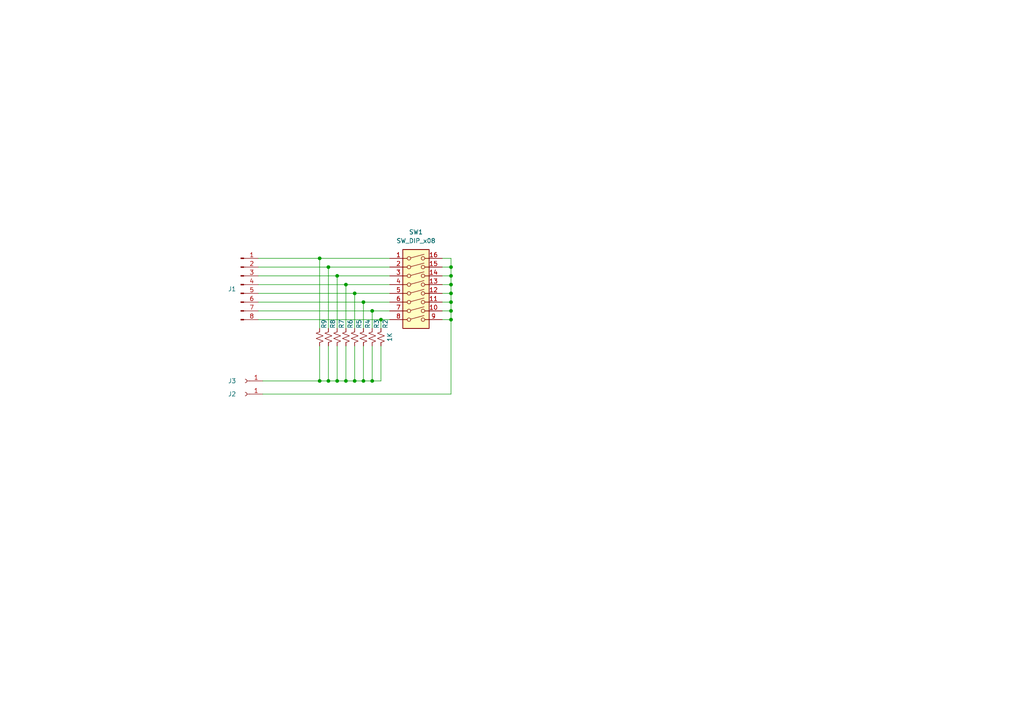
<source format=kicad_sch>
(kicad_sch (version 20230121) (generator eeschema)
  (paper "A4")
  (lib_symbols
    (symbol "Connector:Conn_01x01_Socket" (pin_names (offset 1.016) hide)
      (property "Reference" "J" (at 0 2.54 0))
      (property "Value" "Conn_01x01_Socket" (at 0 -2.54 0))
      (symbol "Conn_01x01_Socket_1_1"
        (polyline (pts (xy -1.27 0) (xy -0.508 0)) (stroke (width 0.1524)))
        (arc (start 0 0.508) (mid -0.5058 0) (end 0 -0.508) (stroke (width 0.1524)))
        (pin passive line (at -5.08 0 0) (length 3.81) (name "Pin_1") (number "1"))
      )
    )
    (symbol "Connector:Conn_01x08_Pin" (pin_names (offset 1.016) hide)
      (property "Reference" "J" (at 0 10.16 0))
      (property "Value" "Conn_01x08_Pin" (at 0 -12.7 0))
      (symbol "Conn_01x08_Pin_1_1"
        (polyline (pts (xy 1.27 -10.16) (xy 0.8636 -10.16)) (stroke (width 0.1524)))
        (polyline (pts (xy 1.27 -7.62) (xy 0.8636 -7.62)) (stroke (width 0.1524)))
        (polyline (pts (xy 1.27 -5.08) (xy 0.8636 -5.08)) (stroke (width 0.1524)))
        (polyline (pts (xy 1.27 -2.54) (xy 0.8636 -2.54)) (stroke (width 0.1524)))
        (polyline (pts (xy 1.27 0) (xy 0.8636 0)) (stroke (width 0.1524)))
        (polyline (pts (xy 1.27 2.54) (xy 0.8636 2.54)) (stroke (width 0.1524)))
        (polyline (pts (xy 1.27 5.08) (xy 0.8636 5.08)) (stroke (width 0.1524)))
        (polyline (pts (xy 1.27 7.62) (xy 0.8636 7.62)) (stroke (width 0.1524)))
        (rectangle (start 0.8636 -10.033) (end 0 -10.287) (stroke (width 0.1524)) (fill (type outline)))
        (rectangle (start 0.8636 -7.493) (end 0 -7.747) (stroke (width 0.1524)) (fill (type outline)))
        (rectangle (start 0.8636 -4.953) (end 0 -5.207) (stroke (width 0.1524)) (fill (type outline)))
        (rectangle (start 0.8636 -2.413) (end 0 -2.667) (stroke (width 0.1524)) (fill (type outline)))
        (rectangle (start 0.8636 0.127) (end 0 -0.127) (stroke (width 0.1524)) (fill (type outline)))
        (rectangle (start 0.8636 2.667) (end 0 2.413) (stroke (width 0.1524)) (fill (type outline)))
        (rectangle (start 0.8636 5.207) (end 0 4.953) (stroke (width 0.1524)) (fill (type outline)))
        (rectangle (start 0.8636 7.747) (end 0 7.493) (stroke (width 0.1524)) (fill (type outline)))
        (pin passive line (at 5.08 7.62 180) (length 3.81) (name "Pin_1") (number "1"))
        (pin passive line (at 5.08 5.08 180) (length 3.81) (name "Pin_2") (number "2"))
        (pin passive line (at 5.08 2.54 180) (length 3.81) (name "Pin_3") (number "3"))
        (pin passive line (at 5.08 0 180) (length 3.81) (name "Pin_4") (number "4"))
        (pin passive line (at 5.08 -2.54 180) (length 3.81) (name "Pin_5") (number "5"))
        (pin passive line (at 5.08 -5.08 180) (length 3.81) (name "Pin_6") (number "6"))
        (pin passive line (at 5.08 -7.62 180) (length 3.81) (name "Pin_7") (number "7"))
        (pin passive line (at 5.08 -10.16 180) (length 3.81) (name "Pin_8") (number "8"))
      )
    )
    (symbol "Device:R_Small_US" (pin_numbers hide) (pin_names (offset 0.254) hide)
      (property "Reference" "R" (at 0.762 0.508 0))
      (property "Value" "R_Small_US" (at 0.762 -1.016 0))
      (symbol "R_Small_US_1_1"
        (polyline (pts (xy 0 0) (xy 1.016 -0.381) (xy 0 -0.762) (xy -1.016 -1.143) (xy 0 -1.524)))
        (polyline (pts (xy 0 1.524) (xy 1.016 1.143) (xy 0 0.762) (xy -1.016 0.381) (xy 0 0)))
        (pin passive line (at 0 2.54 270) (length 1.016) (name "~") (number "1"))
        (pin passive line (at 0 -2.54 90) (length 1.016) (name "~") (number "2"))
      )
    )
    (symbol "Switch:SW_DIP_x08" (pin_names (offset 0) hide)
      (property "Reference" "SW" (at 0 13.97 0))
      (property "Value" "SW_DIP_x08" (at 0 -11.43 0))
      (symbol "SW_DIP_x08_0_0"
        (circle (center -2.032 -7.62) (radius 0.508))
        (circle (center -2.032 -5.08) (radius 0.508))
        (circle (center -2.032 -2.54) (radius 0.508))
        (circle (center -2.032 0) (radius 0.508))
        (circle (center -2.032 2.54) (radius 0.508))
        (circle (center -2.032 5.08) (radius 0.508))
        (circle (center -2.032 7.62) (radius 0.508))
        (circle (center -2.032 10.16) (radius 0.508))
        (polyline (pts (xy -1.524 -7.4676) (xy 2.3622 -6.4262)))
        (polyline (pts (xy -1.524 -4.9276) (xy 2.3622 -3.8862)))
        (polyline (pts (xy -1.524 -2.3876) (xy 2.3622 -1.3462)))
        (polyline (pts (xy -1.524 0.127) (xy 2.3622 1.1684)))
        (polyline (pts (xy -1.524 2.667) (xy 2.3622 3.7084)))
        (polyline (pts (xy -1.524 5.207) (xy 2.3622 6.2484)))
        (polyline (pts (xy -1.524 7.747) (xy 2.3622 8.7884)))
        (polyline (pts (xy -1.524 10.287) (xy 2.3622 11.3284)))
        (circle (center 2.032 -7.62) (radius 0.508))
        (circle (center 2.032 -5.08) (radius 0.508))
        (circle (center 2.032 -2.54) (radius 0.508))
        (circle (center 2.032 0) (radius 0.508))
        (circle (center 2.032 2.54) (radius 0.508))
        (circle (center 2.032 5.08) (radius 0.508))
        (circle (center 2.032 7.62) (radius 0.508))
        (circle (center 2.032 10.16) (radius 0.508))
      )
      (symbol "SW_DIP_x08_0_1"
        (rectangle (start -3.81 12.7) (end 3.81 -10.16) (stroke (width 0.254)) (fill (type background)))
      )
      (symbol "SW_DIP_x08_1_1"
        (pin passive line (at -7.62 10.16 0) (length 5.08) (name "~") (number "1"))
        (pin passive line (at 7.62 -5.08 180) (length 5.08) (name "~") (number "10"))
        (pin passive line (at 7.62 -2.54 180) (length 5.08) (name "~") (number "11"))
        (pin passive line (at 7.62 0 180) (length 5.08) (name "~") (number "12"))
        (pin passive line (at 7.62 2.54 180) (length 5.08) (name "~") (number "13"))
        (pin passive line (at 7.62 5.08 180) (length 5.08) (name "~") (number "14"))
        (pin passive line (at 7.62 7.62 180) (length 5.08) (name "~") (number "15"))
        (pin passive line (at 7.62 10.16 180) (length 5.08) (name "~") (number "16"))
        (pin passive line (at -7.62 7.62 0) (length 5.08) (name "~") (number "2"))
        (pin passive line (at -7.62 5.08 0) (length 5.08) (name "~") (number "3"))
        (pin passive line (at -7.62 2.54 0) (length 5.08) (name "~") (number "4"))
        (pin passive line (at -7.62 0 0) (length 5.08) (name "~") (number "5"))
        (pin passive line (at -7.62 -2.54 0) (length 5.08) (name "~") (number "6"))
        (pin passive line (at -7.62 -5.08 0) (length 5.08) (name "~") (number "7"))
        (pin passive line (at -7.62 -7.62 0) (length 5.08) (name "~") (number "8"))
        (pin passive line (at 7.62 -7.62 180) (length 5.08) (name "~") (number "9"))
      )
    )
  )
  (junction (at 130.81 87.63))
  (junction (at 100.33 82.55))
  (junction (at 97.79 80.01))
  (junction (at 130.81 92.71))
  (junction (at 130.81 77.47))
  (junction (at 95.25 77.47))
  (junction (at 95.25 110.49))
  (junction (at 107.95 110.49))
  (junction (at 130.81 90.17))
  (junction (at 105.41 110.49))
  (junction (at 107.95 90.17))
  (junction (at 92.71 74.93))
  (junction (at 130.81 82.55))
  (junction (at 102.87 110.49))
  (junction (at 105.41 87.63))
  (junction (at 100.33 110.49))
  (junction (at 102.87 85.09))
  (junction (at 97.79 110.49))
  (junction (at 92.71 110.49))
  (junction (at 130.81 80.01))
  (junction (at 130.81 85.09))
  (junction (at 110.49 92.71))
  (wire (pts (xy 130.81 90.17) (xy 130.81 92.71)))
  (wire (pts (xy 110.49 92.71) (xy 113.03 92.71)))
  (wire (pts (xy 100.33 110.49) (xy 102.87 110.49)))
  (wire (pts (xy 100.33 100.33) (xy 100.33 110.49)))
  (wire (pts (xy 92.71 110.49) (xy 95.25 110.49)))
  (wire (pts (xy 102.87 85.09) (xy 113.03 85.09)))
  (wire (pts (xy 130.81 80.01) (xy 128.27 80.01)))
  (wire (pts (xy 130.81 85.09) (xy 130.81 87.63)))
  (wire (pts (xy 107.95 100.33) (xy 107.95 110.49)))
  (wire (pts (xy 130.81 85.09) (xy 128.27 85.09)))
  (wire (pts (xy 100.33 82.55) (xy 100.33 95.25)))
  (wire (pts (xy 97.79 80.01) (xy 113.03 80.01)))
  (wire (pts (xy 130.81 77.47) (xy 128.27 77.47)))
  (wire (pts (xy 130.81 90.17) (xy 128.27 90.17)))
  (wire (pts (xy 130.81 87.63) (xy 128.27 87.63)))
  (wire (pts (xy 130.81 92.71) (xy 128.27 92.71)))
  (wire (pts (xy 74.93 82.55) (xy 100.33 82.55)))
  (wire (pts (xy 76.2 110.49) (xy 92.71 110.49)))
  (wire (pts (xy 130.81 74.93) (xy 128.27 74.93)))
  (wire (pts (xy 110.49 92.71) (xy 110.49 95.25)))
  (wire (pts (xy 130.81 82.55) (xy 130.81 85.09)))
  (wire (pts (xy 130.81 87.63) (xy 130.81 90.17)))
  (wire (pts (xy 74.93 74.93) (xy 92.71 74.93)))
  (wire (pts (xy 92.71 74.93) (xy 92.71 95.25)))
  (wire (pts (xy 74.93 77.47) (xy 95.25 77.47)))
  (wire (pts (xy 74.93 80.01) (xy 97.79 80.01)))
  (wire (pts (xy 105.41 87.63) (xy 105.41 95.25)))
  (wire (pts (xy 95.25 100.33) (xy 95.25 110.49)))
  (wire (pts (xy 74.93 87.63) (xy 105.41 87.63)))
  (wire (pts (xy 95.25 77.47) (xy 113.03 77.47)))
  (wire (pts (xy 102.87 100.33) (xy 102.87 110.49)))
  (wire (pts (xy 97.79 100.33) (xy 97.79 110.49)))
  (wire (pts (xy 74.93 85.09) (xy 102.87 85.09)))
  (wire (pts (xy 105.41 100.33) (xy 105.41 110.49)))
  (wire (pts (xy 130.81 77.47) (xy 130.81 80.01)))
  (wire (pts (xy 92.71 100.33) (xy 92.71 110.49)))
  (wire (pts (xy 76.2 114.3) (xy 130.81 114.3)))
  (wire (pts (xy 107.95 90.17) (xy 113.03 90.17)))
  (wire (pts (xy 107.95 110.49) (xy 110.49 110.49)))
  (wire (pts (xy 130.81 92.71) (xy 130.81 114.3)))
  (wire (pts (xy 95.25 77.47) (xy 95.25 95.25)))
  (wire (pts (xy 130.81 82.55) (xy 128.27 82.55)))
  (wire (pts (xy 105.41 87.63) (xy 113.03 87.63)))
  (wire (pts (xy 74.93 90.17) (xy 107.95 90.17)))
  (wire (pts (xy 102.87 110.49) (xy 105.41 110.49)))
  (wire (pts (xy 110.49 100.33) (xy 110.49 110.49)))
  (wire (pts (xy 105.41 110.49) (xy 107.95 110.49)))
  (wire (pts (xy 97.79 110.49) (xy 100.33 110.49)))
  (wire (pts (xy 130.81 80.01) (xy 130.81 82.55)))
  (wire (pts (xy 92.71 74.93) (xy 113.03 74.93)))
  (wire (pts (xy 100.33 82.55) (xy 113.03 82.55)))
  (wire (pts (xy 97.79 80.01) (xy 97.79 95.25)))
  (wire (pts (xy 74.93 92.71) (xy 110.49 92.71)))
  (wire (pts (xy 130.81 74.93) (xy 130.81 77.47)))
  (wire (pts (xy 95.25 110.49) (xy 97.79 110.49)))
  (wire (pts (xy 102.87 85.09) (xy 102.87 95.25)))
  (wire (pts (xy 107.95 90.17) (xy 107.95 95.25)))
  (symbol (lib_id "Device:R_Small_US") (at 95.25 97.79 0) (mirror x) (unit 1)
    (property "Reference" "R8" (at 96.52 93.98 90))
    (property "Value" "1K" (effects hide))
    (property "Footprint" "Passive:RESC3216X70" (effects hide))
  )
  (symbol (lib_id "Connector:Conn_01x01_Socket") (at 71.12 114.3 180) (unit 1)
    (property "Reference" "J2" (at 67.31 114.3 0))
    (property "Value" "Conn_01x01_Socket" (effects hide))
    (property "Footprint" "Conn:MILL-MAX_0294-0-15-01-06-27-10-0" (effects hide))
  )
  (symbol (lib_id "Switch:SW_DIP_x08") (at 120.65 85.09 0) (unit 1)
    (property "Reference" "SW1" (at 120.65 67.31 0))
    (property "Value" "SW_DIP_x08" (at 120.65 69.85 0))
    (property "Footprint" "Active:DIP254P762X635-16" (effects hide))
  )
  (symbol (lib_id "Device:R_Small_US") (at 110.49 97.79 0) (mirror x) (unit 1)
    (property "Reference" "R2" (at 111.76 93.98 90))
    (property "Value" "1K" (at 113.03 97.79 90))
    (property "Footprint" "Passive:RESC3216X70" (effects hide))
  )
  (symbol (lib_id "Device:R_Small_US") (at 102.87 97.79 0) (mirror x) (unit 1)
    (property "Reference" "R5" (at 104.14 93.98 90))
    (property "Value" "1K" (effects hide))
    (property "Footprint" "Passive:RESC3216X70" (effects hide))
  )
  (symbol (lib_id "Connector:Conn_01x08_Pin") (at 69.85 82.55 0) (unit 1)
    (property "Reference" "J1" (at 67.31 83.82 0))
    (property "Value" "Conn_01x08_Pin" (effects hide))
    (property "Footprint" "Connector_PinHeader_2.54mm:PinHeader_1x08_P2.54mm_Vertical" (effects hide))
  )
  (symbol (lib_id "Device:R_Small_US") (at 105.41 97.79 0) (mirror x) (unit 1)
    (property "Reference" "R4" (at 106.68 93.98 90))
    (property "Value" "1K" (effects hide))
    (property "Footprint" "Passive:RESC3216X70" (effects hide))
  )
  (symbol (lib_id "Connector:Conn_01x01_Socket") (at 71.12 110.49 180) (unit 1)
    (property "Reference" "J3" (at 67.31 110.49 0))
    (property "Value" "Conn_01x01_Socket" (effects hide))
    (property "Footprint" "Conn:MILL-MAX_0294-0-15-01-06-27-10-0" (effects hide))
  )
  (symbol (lib_id "Device:R_Small_US") (at 92.71 97.79 0) (mirror x) (unit 1)
    (property "Reference" "R9" (at 93.98 93.98 90))
    (property "Value" "1K" (effects hide))
    (property "Footprint" "Passive:RESC3216X70" (effects hide))
  )
  (symbol (lib_id "Device:R_Small_US") (at 97.79 97.79 0) (mirror x) (unit 1)
    (property "Reference" "R7" (at 99.06 93.98 90))
    (property "Value" "1K" (effects hide))
    (property "Footprint" "Passive:RESC3216X70" (effects hide))
  )
  (symbol (lib_id "Device:R_Small_US") (at 100.33 97.79 0) (mirror x) (unit 1)
    (property "Reference" "R6" (at 101.6 93.98 90))
    (property "Value" "1K" (effects hide))
    (property "Footprint" "Passive:RESC3216X70" (effects hide))
  )
  (symbol (lib_id "Device:R_Small_US") (at 107.95 97.79 0) (mirror x) (unit 1)
    (property "Reference" "R3" (at 109.22 93.98 90))
    (property "Value" "1K" (effects hide))
    (property "Footprint" "Passive:RESC3216X70" (effects hide))
  )
)
</source>
